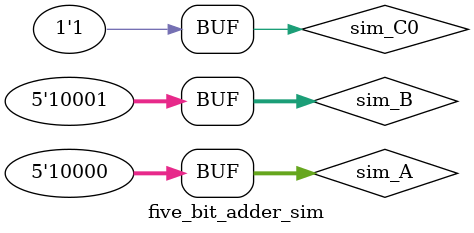
<source format=v>
`timescale 1ns / 1ps


module five_bit_adder_sim(

    );
    
    reg [4:0] sim_A, sim_B;
    reg sim_C0 = 1;
    
    wire [4:0] sim_S;
    wire sim_C5;
    
    five_bit_adder simulation(.A(sim_A), .B(sim_B), .C0(sim_C0), .S(sim_S), .C5(sim_C5));
    
    initial
    begin
        sim_A = 5'b00000; sim_B = 5'b11111; #100;
        sim_A = 5'b10101; sim_B = 5'b10101; #100;
        sim_A = 5'b01010; sim_B = 5'b01010; #100;
        sim_A = 5'b01101; sim_B = 5'b11101; #100;
        sim_A = 5'b11011; sim_B = 5'b00001; #100;
        sim_A = 5'b10100; sim_B = 5'b00100; #100;
        sim_A = 5'b10101; sim_B = 5'b00110; #100;
        sim_A = 5'b00001; sim_B = 5'b00000; #100;
        sim_A = 5'b10001; sim_B = 5'b11111; #100;
        sim_A = 5'b10000; sim_B = 5'b10001; #100;

    end
    
endmodule

</source>
